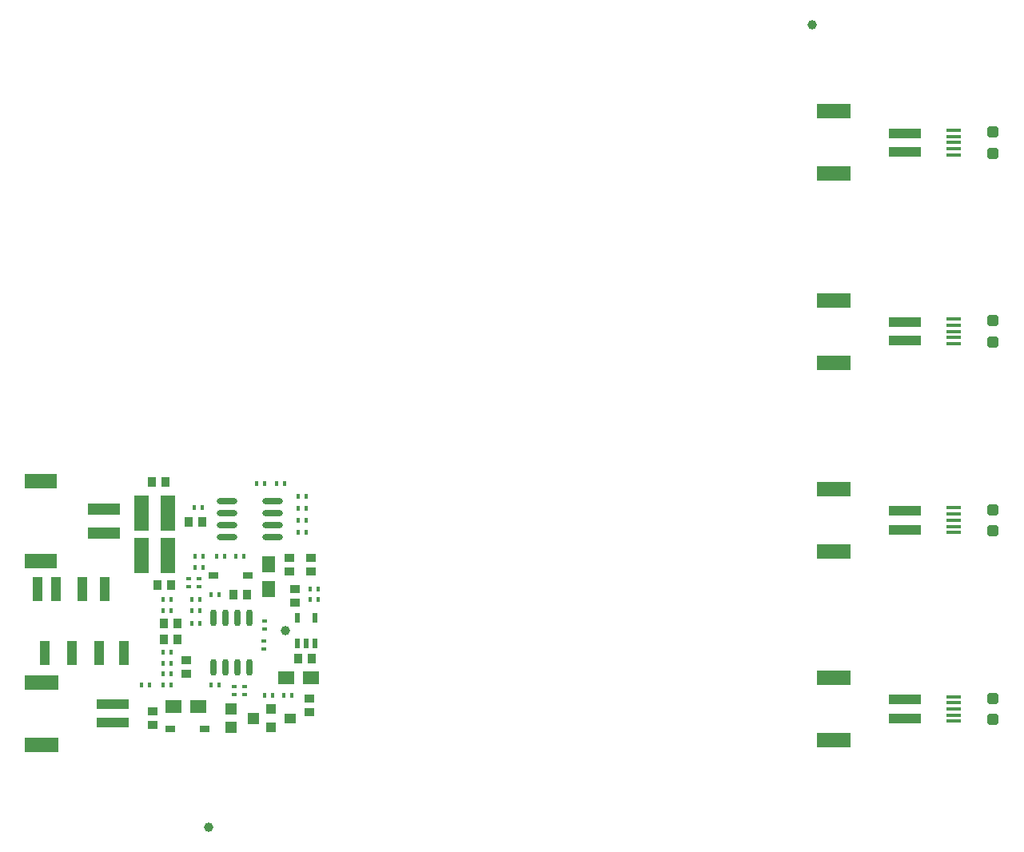
<source format=gtp>
G04 Layer_Color=8421504*
%FSLAX25Y25*%
%MOIN*%
G70*
G01*
G75*
%ADD10C,0.03937*%
%ADD11O,0.02756X0.07087*%
%ADD12R,0.02165X0.01772*%
%ADD13R,0.01772X0.02165*%
%ADD14R,0.03200X0.04000*%
%ADD15R,0.07087X0.05315*%
%ADD16R,0.05905X0.14961*%
%ADD17R,0.14173X0.05905*%
%ADD18R,0.13386X0.03937*%
%ADD19O,0.08661X0.02756*%
%ADD20R,0.01968X0.04134*%
%ADD21R,0.04000X0.03200*%
%ADD22R,0.05000X0.03937*%
%ADD23R,0.03937X0.03937*%
%ADD24R,0.05000X0.05000*%
%ADD25R,0.03937X0.02953*%
%ADD26R,0.13780X0.04724*%
%ADD27R,0.13386X0.05905*%
%ADD28R,0.05315X0.07087*%
%ADD29R,0.03937X0.09842*%
G04:AMPARAMS|DCode=30|XSize=47.24mil|YSize=47.24mil|CornerRadius=11.81mil|HoleSize=0mil|Usage=FLASHONLY|Rotation=90.000|XOffset=0mil|YOffset=0mil|HoleType=Round|Shape=RoundedRectangle|*
%AMROUNDEDRECTD30*
21,1,0.04724,0.02362,0,0,90.0*
21,1,0.02362,0.04724,0,0,90.0*
1,1,0.02362,0.01181,0.01181*
1,1,0.02362,0.01181,-0.01181*
1,1,0.02362,-0.01181,-0.01181*
1,1,0.02362,-0.01181,0.01181*
%
%ADD30ROUNDEDRECTD30*%
%ADD31R,0.06299X0.01575*%
D10*
X173228Y167323D02*
D03*
X-78760Y-167342D02*
D03*
X-46500Y-85500D02*
D03*
D11*
X-61590Y-80264D02*
D03*
X-66590D02*
D03*
X-71590D02*
D03*
X-76590D02*
D03*
X-61590Y-100736D02*
D03*
X-66590D02*
D03*
X-71590D02*
D03*
X-76590D02*
D03*
D12*
X-55399Y-81489D02*
D03*
X-55399Y-84835D02*
D03*
X-55500Y-89827D02*
D03*
X-55500Y-93173D02*
D03*
X-87000Y-67173D02*
D03*
X-87000Y-63827D02*
D03*
X-82500Y-67173D02*
D03*
X-82500Y-63827D02*
D03*
X-63500Y-108827D02*
D03*
X-63500Y-112173D02*
D03*
X-68000Y-108827D02*
D03*
X-68000Y-112173D02*
D03*
D13*
X-82327Y-77000D02*
D03*
X-85673Y-77000D02*
D03*
X-77673Y-70500D02*
D03*
X-74327Y-70500D02*
D03*
X-77673Y-108000D02*
D03*
X-74327Y-108000D02*
D03*
X-97673Y-72500D02*
D03*
X-94327Y-72500D02*
D03*
X-94327Y-94500D02*
D03*
X-97673Y-94500D02*
D03*
X-82327Y-72500D02*
D03*
X-85673Y-72500D02*
D03*
X-97673Y-77000D02*
D03*
X-94327Y-77000D02*
D03*
X-82327Y-82500D02*
D03*
X-85673Y-82500D02*
D03*
X-43827Y-112500D02*
D03*
X-47173Y-112500D02*
D03*
X-55173Y-112500D02*
D03*
X-51827Y-112500D02*
D03*
X-71827Y-54500D02*
D03*
X-75173Y-54500D02*
D03*
X-63827Y-54500D02*
D03*
X-67173Y-54500D02*
D03*
X-41173Y-34500D02*
D03*
X-37827Y-34500D02*
D03*
X-41173Y-29500D02*
D03*
X-37827Y-29500D02*
D03*
X-80827Y-54500D02*
D03*
X-84173Y-54500D02*
D03*
X-55327Y-24000D02*
D03*
X-58673Y-24000D02*
D03*
X-36173Y-72500D02*
D03*
X-32827Y-72500D02*
D03*
X-36173Y-68000D02*
D03*
X-32827Y-68000D02*
D03*
X-37827Y-44500D02*
D03*
X-41173Y-44500D02*
D03*
X-50173Y-24000D02*
D03*
X-46827Y-24000D02*
D03*
X-37827Y-39500D02*
D03*
X-41173Y-39500D02*
D03*
X-81327Y-34000D02*
D03*
X-84673Y-34000D02*
D03*
X-80827Y-59000D02*
D03*
X-84173Y-59000D02*
D03*
X-94327Y-108000D02*
D03*
X-97673Y-108000D02*
D03*
X-103327Y-108000D02*
D03*
X-106673Y-108000D02*
D03*
X-94327Y-99000D02*
D03*
X-97673Y-99000D02*
D03*
X-94327Y-103500D02*
D03*
X-97673Y-103500D02*
D03*
D14*
X-62719Y-70500D02*
D03*
X-68281D02*
D03*
X-81219Y-40000D02*
D03*
X-86781D02*
D03*
X-94219Y-66500D02*
D03*
X-99781D02*
D03*
X-102281Y-23500D02*
D03*
X-96719D02*
D03*
X-41281Y-97000D02*
D03*
X-35719D02*
D03*
X-97281Y-89000D02*
D03*
X-91719D02*
D03*
X-97281Y-82500D02*
D03*
X-91719D02*
D03*
D15*
X-93158Y-117000D02*
D03*
X-82842D02*
D03*
X-46158Y-105000D02*
D03*
X-35842D02*
D03*
D16*
X-106512Y-54000D02*
D03*
X-95488D02*
D03*
Y-36500D02*
D03*
X-106512D02*
D03*
D17*
X-148264Y-107008D02*
D03*
Y-132992D02*
D03*
X182087Y-26398D02*
D03*
Y-52382D02*
D03*
Y-105138D02*
D03*
Y-131122D02*
D03*
Y131083D02*
D03*
Y105098D02*
D03*
Y52342D02*
D03*
Y26358D02*
D03*
D18*
X-118736Y-116063D02*
D03*
Y-123937D02*
D03*
X211614Y-35453D02*
D03*
Y-43327D02*
D03*
Y-114193D02*
D03*
Y-122067D02*
D03*
Y122028D02*
D03*
Y114154D02*
D03*
Y43287D02*
D03*
Y35413D02*
D03*
D19*
X-70949Y-31500D02*
D03*
Y-36500D02*
D03*
Y-41500D02*
D03*
Y-46500D02*
D03*
X-52051Y-31500D02*
D03*
Y-36500D02*
D03*
Y-41500D02*
D03*
Y-46500D02*
D03*
D20*
X-41740Y-90815D02*
D03*
X-38000D02*
D03*
X-34260D02*
D03*
Y-80185D02*
D03*
X-41740D02*
D03*
D21*
X-36500Y-119281D02*
D03*
Y-113719D02*
D03*
X-36000Y-60781D02*
D03*
Y-55219D02*
D03*
X-102000Y-124781D02*
D03*
Y-119219D02*
D03*
X-88000Y-97719D02*
D03*
Y-103281D02*
D03*
X-45000Y-60781D02*
D03*
Y-55219D02*
D03*
X-42500Y-73781D02*
D03*
Y-68219D02*
D03*
D22*
X-44500Y-122050D02*
D03*
D23*
X-52500Y-125750D02*
D03*
Y-118250D02*
D03*
D24*
X-59776Y-122000D02*
D03*
X-69224Y-118260D02*
D03*
Y-125740D02*
D03*
D25*
X-62413Y-62500D02*
D03*
X-76587D02*
D03*
X-80413Y-126500D02*
D03*
X-94587D02*
D03*
D26*
X-122169Y-44710D02*
D03*
Y-34868D02*
D03*
D27*
X-148744Y-56324D02*
D03*
Y-23254D02*
D03*
D28*
X-53500Y-68158D02*
D03*
Y-57842D02*
D03*
D29*
X-122047Y-68252D02*
D03*
X-124370Y-94748D02*
D03*
X-135591D02*
D03*
X-146811D02*
D03*
X-113937D02*
D03*
X-131299Y-68252D02*
D03*
X-142323D02*
D03*
X-149803D02*
D03*
D30*
X248551Y-43819D02*
D03*
Y-34961D02*
D03*
Y-122559D02*
D03*
Y-113701D02*
D03*
Y113661D02*
D03*
Y122520D02*
D03*
Y34921D02*
D03*
Y43780D02*
D03*
D31*
X232016Y-39390D02*
D03*
Y-41949D02*
D03*
Y-34272D02*
D03*
Y-44508D02*
D03*
Y-36831D02*
D03*
Y-118130D02*
D03*
Y-120689D02*
D03*
Y-113012D02*
D03*
Y-123248D02*
D03*
Y-115571D02*
D03*
Y118091D02*
D03*
Y115532D02*
D03*
Y123209D02*
D03*
Y112972D02*
D03*
Y120650D02*
D03*
Y39350D02*
D03*
Y36791D02*
D03*
Y44469D02*
D03*
Y34232D02*
D03*
Y41909D02*
D03*
M02*

</source>
